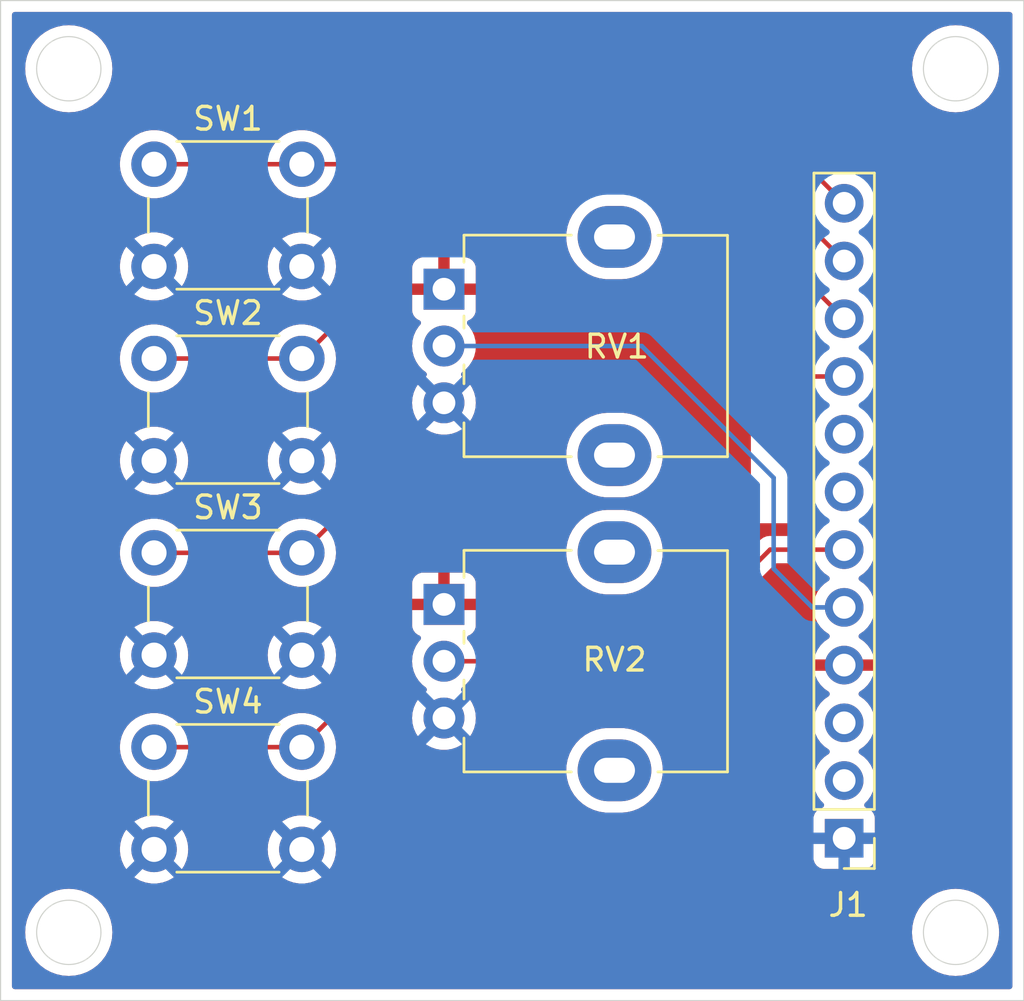
<source format=kicad_pcb>
(kicad_pcb (version 20221018) (generator pcbnew)
  (layers (0 "F.Cu" signal) (31 "B.Cu" signal) (34 "B.Paste" user) (35 "F.Paste" user) (36 "B.SilkS" user "B.Silkscreen") (37 "F.SilkS" user "F.Silkscreen") (38 "B.Mask" user) (39 "F.Mask" user) (44 "Edge.Cuts" user))
  (net 0 "")
  (net 1 "GND")
  (net 2 "/VIN")
  (net 3 "VDD")
  (net 4 "VDDA")
  (net 5 "/A1{slash}D16")
  (net 6 "/A7{slash}D22")
  (net 7 "/D12")
  (net 8 "/D11")
  (net 9 "/D10")
  (net 10 "/D9")
  (net 11 "/D8")
  (net 12 "/D7")
  (footprint "Potentiometer_THT:Potentiometer_Alpha_RD901F-40-00D_Single_Vertical" (layer "F.Cu") (at 92.5 92.57)
    (fp_text reference "RV2" (at 7.5 2.43 180) (layer "F.SilkS"))
    (fp_text value "10k")
    (fp_line (start 0.88 -2.38) (end 5.6 -2.38) (stroke (width 0.12)) (layer "F.SilkS"))
    (fp_line (start 0.88 -1.19) (end 0.88 -2.37) (stroke (width 0.12)) (layer "F.SilkS"))
    (fp_line (start 0.88 1.71) (end 0.88 1.18) (stroke (width 0.12)) (layer "F.SilkS"))
    (fp_line (start 0.88 4.16) (end 0.88 3.33) (stroke (width 0.12)) (layer "F.SilkS"))
    (fp_line (start 0.88 7.37) (end 0.88 5.88) (stroke (width 0.12)) (layer "F.SilkS"))
    (fp_line (start 0.88 7.37) (end 5.6 7.37) (stroke (width 0.12)) (layer "F.SilkS"))
    (fp_line (start 9.41 -2.37) (end 12.47 -2.37) (stroke (width 0.12)) (layer "F.SilkS"))
    (fp_line (start 9.41 7.37) (end 12.47 7.37) (stroke (width 0.12)) (layer "F.SilkS"))
    (fp_line (start 12.47 7.37) (end 12.47 -2.37) (stroke (width 0.12)) (layer "F.SilkS"))
    (pad "" thru_hole oval (at 7.5 -2.3 90) (size 2.72 3.24) (drill oval 1.1 1.8) (layers "*.Cu" "*.Mask"))
    (pad "" thru_hole oval (at 7.5 7.3 90) (size 2.72 3.24) (drill oval 1.1 1.8) (layers "*.Cu" "*.Mask"))
    (pad "1" thru_hole rect (at 0 0 90) (size 1.8 1.8) (drill 1) (layers "*.Cu" "*.Mask") (net 4 "VDDA"))
    (pad "2" thru_hole circle (at 0 2.5 90) (size 1.8 1.8) (drill 1) (layers "*.Cu" "*.Mask") (net 6 "/A7{slash}D22"))
    (pad "3" thru_hole circle (at 0 5 90) (size 1.8 1.8) (drill 1) (layers "*.Cu" "*.Mask") (net 1 "GND"))
  )
  (footprint "Button_Switch_THT:SW_PUSH_6mm" (layer "F.Cu") (at 79.75 81.75)
    (fp_text reference "SW2" (at 3.25 -2) (layer "F.SilkS"))
    (fp_text value "SW_Push")
    (fp_line (start -0.25 1.5) (end -0.25 3) (stroke (width 0.12)) (layer "F.SilkS"))
    (fp_line (start 1 5.5) (end 5.5 5.5) (stroke (width 0.12)) (layer "F.SilkS"))
    (fp_line (start 5.5 -1) (end 1 -1) (stroke (width 0.12)) (layer "F.SilkS"))
    (fp_line (start 6.75 3) (end 6.75 1.5) (stroke (width 0.12)) (layer "F.SilkS"))
    (pad "1" thru_hole circle (at 0 0 90) (size 2 2) (drill 1.1) (layers "*.Cu" "*.Mask") (net 11 "/D8"))
    (pad "1" thru_hole circle (at 6.5 0 90) (size 2 2) (drill 1.1) (layers "*.Cu" "*.Mask") (net 11 "/D8"))
    (pad "2" thru_hole circle (at 0 4.5 90) (size 2 2) (drill 1.1) (layers "*.Cu" "*.Mask") (net 1 "GND"))
    (pad "2" thru_hole circle (at 6.5 4.5 90) (size 2 2) (drill 1.1) (layers "*.Cu" "*.Mask") (net 1 "GND"))
  )
  (footprint "Connector_PinHeader_2.54mm:PinHeader_1x12_P2.54mm_Vertical" (layer "F.Cu") (at 110.1 102.86 180)
    (fp_text reference "J1" (at -0.173895 -2.931512) (layer "F.SilkS"))
    (fp_text value "POD")
    (fp_line (start -1.33 -1.33) (end 0 -1.33) (stroke (width 0.12)) (layer "F.SilkS"))
    (fp_line (start -1.33 0) (end -1.33 -1.33) (stroke (width 0.12)) (layer "F.SilkS"))
    (fp_line (start -1.33 1.27) (end -1.33 29.27) (stroke (width 0.12)) (layer "F.SilkS"))
    (fp_line (start -1.33 1.27) (end 1.33 1.27) (stroke (width 0.12)) (layer "F.SilkS"))
    (fp_line (start -1.33 29.27) (end 1.33 29.27) (stroke (width 0.12)) (layer "F.SilkS"))
    (fp_line (start 1.33 1.27) (end 1.33 29.27) (stroke (width 0.12)) (layer "F.SilkS"))
    (pad "1" thru_hole rect (at 0 0 180) (size 1.7 1.7) (drill 1) (layers "*.Cu" "*.Mask") (net 1 "GND"))
    (pad "2" thru_hole oval (at 0 2.54 180) (size 1.7 1.7) (drill 1) (layers "*.Cu" "*.Mask") (net 2 "/VIN"))
    (pad "3" thru_hole oval (at 0 5.08 180) (size 1.7 1.7) (drill 1) (layers "*.Cu" "*.Mask") (net 3 "VDD"))
    (pad "4" thru_hole oval (at 0 7.62 180) (size 1.7 1.7) (drill 1) (layers "*.Cu" "*.Mask") (net 4 "VDDA"))
    (pad "5" thru_hole oval (at 0 10.16 180) (size 1.7 1.7) (drill 1) (layers "*.Cu" "*.Mask") (net 5 "/A1{slash}D16"))
    (pad "6" thru_hole oval (at 0 12.7 180) (size 1.7 1.7) (drill 1) (layers "*.Cu" "*.Mask") (net 6 "/A7{slash}D22"))
    (pad "7" thru_hole oval (at 0 15.24 180) (size 1.7 1.7) (drill 1) (layers "*.Cu" "*.Mask") (net 7 "/D12"))
    (pad "8" thru_hole oval (at 0 17.78 180) (size 1.7 1.7) (drill 1) (layers "*.Cu" "*.Mask") (net 8 "/D11"))
    (pad "9" thru_hole oval (at 0 20.32 180) (size 1.7 1.7) (drill 1) (layers "*.Cu" "*.Mask") (net 9 "/D10"))
    (pad "10" thru_hole oval (at 0 22.86 180) (size 1.7 1.7) (drill 1) (layers "*.Cu" "*.Mask") (net 10 "/D9"))
    (pad "11" thru_hole oval (at 0 25.4 180) (size 1.7 1.7) (drill 1) (layers "*.Cu" "*.Mask") (net 11 "/D8"))
    (pad "12" thru_hole oval (at 0 27.94 180) (size 1.7 1.7) (drill 1) (layers "*.Cu" "*.Mask") (net 12 "/D7"))
  )
  (footprint "Button_Switch_THT:SW_PUSH_6mm" (layer "F.Cu") (at 79.75 73.2)
    (fp_text reference "SW1" (at 3.25 -2) (layer "F.SilkS"))
    (fp_text value "SW_Push")
    (fp_line (start -0.25 1.5) (end -0.25 3) (stroke (width 0.12)) (layer "F.SilkS"))
    (fp_line (start 1 5.5) (end 5.5 5.5) (stroke (width 0.12)) (layer "F.SilkS"))
    (fp_line (start 5.5 -1) (end 1 -1) (stroke (width 0.12)) (layer "F.SilkS"))
    (fp_line (start 6.75 3) (end 6.75 1.5) (stroke (width 0.12)) (layer "F.SilkS"))
    (pad "1" thru_hole circle (at 0 0 90) (size 2 2) (drill 1.1) (layers "*.Cu" "*.Mask") (net 12 "/D7"))
    (pad "1" thru_hole circle (at 6.5 0 90) (size 2 2) (drill 1.1) (layers "*.Cu" "*.Mask") (net 12 "/D7"))
    (pad "2" thru_hole circle (at 0 4.5 90) (size 2 2) (drill 1.1) (layers "*.Cu" "*.Mask") (net 1 "GND"))
    (pad "2" thru_hole circle (at 6.5 4.5 90) (size 2 2) (drill 1.1) (layers "*.Cu" "*.Mask") (net 1 "GND"))
  )
  (footprint "Button_Switch_THT:SW_PUSH_6mm" (layer "F.Cu") (at 79.75 90.3)
    (fp_text reference "SW3" (at 3.25 -2) (layer "F.SilkS"))
    (fp_text value "SW_Push")
    (fp_line (start -0.25 1.5) (end -0.25 3) (stroke (width 0.12)) (layer "F.SilkS"))
    (fp_line (start 1 5.5) (end 5.5 5.5) (stroke (width 0.12)) (layer "F.SilkS"))
    (fp_line (start 5.5 -1) (end 1 -1) (stroke (width 0.12)) (layer "F.SilkS"))
    (fp_line (start 6.75 3) (end 6.75 1.5) (stroke (width 0.12)) (layer "F.SilkS"))
    (pad "1" thru_hole circle (at 0 0 90) (size 2 2) (drill 1.1) (layers "*.Cu" "*.Mask") (net 10 "/D9"))
    (pad "1" thru_hole circle (at 6.5 0 90) (size 2 2) (drill 1.1) (layers "*.Cu" "*.Mask") (net 10 "/D9"))
    (pad "2" thru_hole circle (at 0 4.5 90) (size 2 2) (drill 1.1) (layers "*.Cu" "*.Mask") (net 1 "GND"))
    (pad "2" thru_hole circle (at 6.5 4.5 90) (size 2 2) (drill 1.1) (layers "*.Cu" "*.Mask") (net 1 "GND"))
  )
  (footprint "Potentiometer_THT:Potentiometer_Alpha_RD901F-40-00D_Single_Vertical" (layer "F.Cu") (at 92.5 78.7)
    (fp_text reference "RV1" (at 7.601907 2.525407 180) (layer "F.SilkS"))
    (fp_text value "10k")
    (fp_line (start 0.88 -2.38) (end 5.6 -2.38) (stroke (width 0.12)) (layer "F.SilkS"))
    (fp_line (start 0.88 -1.19) (end 0.88 -2.37) (stroke (width 0.12)) (layer "F.SilkS"))
    (fp_line (start 0.88 1.71) (end 0.88 1.18) (stroke (width 0.12)) (layer "F.SilkS"))
    (fp_line (start 0.88 4.16) (end 0.88 3.33) (stroke (width 0.12)) (layer "F.SilkS"))
    (fp_line (start 0.88 7.37) (end 0.88 5.88) (stroke (width 0.12)) (layer "F.SilkS"))
    (fp_line (start 0.88 7.37) (end 5.6 7.37) (stroke (width 0.12)) (layer "F.SilkS"))
    (fp_line (start 9.41 -2.37) (end 12.47 -2.37) (stroke (width 0.12)) (layer "F.SilkS"))
    (fp_line (start 9.41 7.37) (end 12.47 7.37) (stroke (width 0.12)) (layer "F.SilkS"))
    (fp_line (start 12.47 7.37) (end 12.47 -2.37) (stroke (width 0.12)) (layer "F.SilkS"))
    (pad "" thru_hole oval (at 7.5 -2.3 90) (size 2.72 3.24) (drill oval 1.1 1.8) (layers "*.Cu" "*.Mask"))
    (pad "" thru_hole oval (at 7.5 7.3 90) (size 2.72 3.24) (drill oval 1.1 1.8) (layers "*.Cu" "*.Mask"))
    (pad "1" thru_hole rect (at 0 0 90) (size 1.8 1.8) (drill 1) (layers "*.Cu" "*.Mask") (net 4 "VDDA"))
    (pad "2" thru_hole circle (at 0 2.5 90) (size 1.8 1.8) (drill 1) (layers "*.Cu" "*.Mask") (net 5 "/A1{slash}D16"))
    (pad "3" thru_hole circle (at 0 5 90) (size 1.8 1.8) (drill 1) (layers "*.Cu" "*.Mask") (net 1 "GND"))
  )
  (footprint "Button_Switch_THT:SW_PUSH_6mm" (layer "F.Cu") (at 79.75 98.85)
    (fp_text reference "SW4" (at 3.25 -2) (layer "F.SilkS"))
    (fp_text value "SW_Push")
    (fp_line (start -0.25 1.5) (end -0.25 3) (stroke (width 0.12)) (layer "F.SilkS"))
    (fp_line (start 1 5.5) (end 5.5 5.5) (stroke (width 0.12)) (layer "F.SilkS"))
    (fp_line (start 5.5 -1) (end 1 -1) (stroke (width 0.12)) (layer "F.SilkS"))
    (fp_line (start 6.75 3) (end 6.75 1.5) (stroke (width 0.12)) (layer "F.SilkS"))
    (pad "1" thru_hole circle (at 0 0 90) (size 2 2) (drill 1.1) (layers "*.Cu" "*.Mask") (net 9 "/D10"))
    (pad "1" thru_hole circle (at 6.5 0 90) (size 2 2) (drill 1.1) (layers "*.Cu" "*.Mask") (net 9 "/D10"))
    (pad "2" thru_hole circle (at 0 4.5 90) (size 2 2) (drill 1.1) (layers "*.Cu" "*.Mask") (net 1 "GND"))
    (pad "2" thru_hole circle (at 6.5 4.5 90) (size 2 2) (drill 1.1) (layers "*.Cu" "*.Mask") (net 1 "GND"))
  )
  (gr_circle (center 76 107) (end 77 108) (stroke (width 0.05)) (fill none) (layer "Edge.Cuts"))
  (gr_rect (start 73 66) (end 118 110) (stroke (width 0.05)) (fill none) (layer "Edge.Cuts"))
  (gr_circle (center 115 69) (end 116 70) (stroke (width 0.05)) (fill none) (layer "Edge.Cuts"))
  (gr_circle (center 115 107) (end 116 108) (stroke (width 0.05)) (fill none) (layer "Edge.Cuts"))
  (gr_circle (center 76 69) (end 77 70) (stroke (width 0.05)) (fill none) (layer "Edge.Cuts"))
  (segment (start 107 91) (end 108.7 92.7) (width 0.2) (layer "B.Cu") (net 5))
  (segment (start 107 87) (end 107 91) (width 0.2) (layer "B.Cu") (net 5))
  (segment (start 108.7 92.7) (end 110.1 92.7) (width 0.2) (layer "B.Cu") (net 5))
  (segment (start 101.2 81.2) (end 107 87) (width 0.2) (layer "B.Cu") (net 5))
  (segment (start 92.5 81.2) (end 101.2 81.2) (width 0.2) (layer "B.Cu") (net 5))
  (segment (start 110.1 90.16) (end 106.84 90.16) (width 0.2) (layer "F.Cu") (net 6))
  (segment (start 106.84 90.16) (end 101.93 95.07) (width 0.2) (layer "F.Cu") (net 6))
  (segment (start 101.93 95.07) (end 92.5 95.07) (width 0.2) (layer "F.Cu") (net 6))
  (segment (start 89.8 74.4) (end 105.908628 74.4) (width 0.2) (layer "F.Cu") (net 9))
  (segment (start 86.25 98.85) (end 89.8 95.3) (width 0.2) (layer "F.Cu") (net 9))
  (segment (start 105.908628 74.4) (end 107 75.491372) (width 0.2) (layer "F.Cu") (net 9))
  (segment (start 89.8 95.3) (end 89.8 74.4) (width 0.2) (layer "F.Cu") (net 9))
  (segment (start 108.54 82.54) (end 110.1 82.54) (width 0.2) (layer "F.Cu") (net 9))
  (segment (start 107 75.491372) (end 107 81) (width 0.2) (layer "F.Cu") (net 9))
  (segment (start 107 81) (end 108.54 82.54) (width 0.2) (layer "F.Cu") (net 9))
  (segment (start 79.75 98.85) (end 86.25 98.85) (width 0.2) (layer "F.Cu") (net 9))
  (segment (start 89.4 87.15) (end 89.4 74) (width 0.2) (layer "F.Cu") (net 10))
  (segment (start 79.75 90.3) (end 86.25 90.3) (width 0.2) (layer "F.Cu") (net 10))
  (segment (start 106.074314 74) (end 107.537157 75.462843) (width 0.2) (layer "F.Cu") (net 10))
  (segment (start 89.4 74) (end 106.074314 74) (width 0.2) (layer "F.Cu") (net 10))
  (segment (start 107.537157 77.437157) (end 110.1 80) (width 0.2) (layer "F.Cu") (net 10))
  (segment (start 86.25 90.3) (end 89.4 87.15) (width 0.2) (layer "F.Cu") (net 10))
  (segment (start 107.537157 75.462843) (end 107.537157 77.437157) (width 0.2) (layer "F.Cu") (net 10))
  (segment (start 89 73.6) (end 106.24 73.6) (width 0.2) (layer "F.Cu") (net 11))
  (segment (start 89 79) (end 89 73.6) (width 0.2) (layer "F.Cu") (net 11))
  (segment (start 79.75 81.75) (end 86.25 81.75) (width 0.2) (layer "F.Cu") (net 11))
  (segment (start 86.25 81.75) (end 89 79) (width 0.2) (layer "F.Cu") (net 11))
  (segment (start 106.24 73.6) (end 110.1 77.46) (width 0.2) (layer "F.Cu") (net 11))
  (segment (start 86.25 73.2) (end 108.38 73.2) (width 0.2) (layer "F.Cu") (net 12))
  (segment (start 79.75 73.2) (end 86.25 73.2) (width 0.2) (layer "F.Cu") (net 12))
  (segment (start 108.38 73.2) (end 110.1 74.92) (width 0.2) (layer "F.Cu") (net 12))
  (zone (net 4) (net_name "VDDA") (layer "F.Cu") (priority 1) (connect_pads (clearance 0.5)) (min_thickness 0.25) (fill yes (thermal_gap 0.5) (thermal_bridge_width 0.5) (island_removal_mode 1) (island_area_min 10))
    (polygon (pts (xy 73 66) (xy 73 110) (xy 118 110) (xy 118 66)))
  )
  (zone (net 0) (net_name "") (layer "F.Cu") (connect_pads (clearance 0)) (min_thickness 0.25)
    (keepout (tracks allowed) (vias allowed) (pads allowed) (copperpour not_allowed) (footprints allowed))
    (fill (thermal_gap 0.5) (thermal_bridge_width 0.5))
    (polygon (pts (xy 105.989194 72.56256) (xy 106 89) (xy 112 89) (xy 111.989194 72.56256)))
  )
  (zone (net 1) (net_name "GND") (layer "B.Cu") (connect_pads (clearance 0.5)) (min_thickness 0.25) (fill yes (thermal_gap 0.5) (thermal_bridge_width 0.5))
    (polygon (pts (xy 73 66) (xy 73 110) (xy 118 110) (xy 118 66)))
  )
)
</source>
